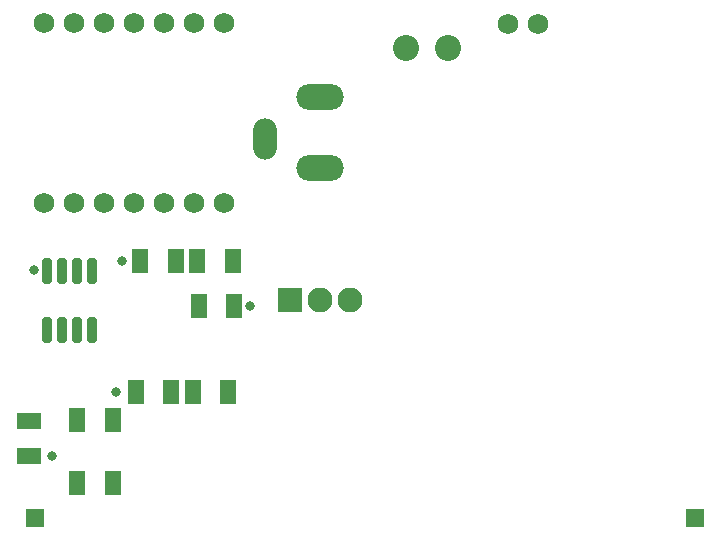
<source format=gts>
G04*
G04 #@! TF.GenerationSoftware,Altium Limited,Altium Designer,23.6.0 (18)*
G04*
G04 Layer_Color=8388736*
%FSLAX44Y44*%
%MOMM*%
G71*
G04*
G04 #@! TF.SameCoordinates,07302BCA-5FAF-470A-8E07-FBA56CC999C1*
G04*
G04*
G04 #@! TF.FilePolarity,Negative*
G04*
G01*
G75*
%ADD19R,1.3208X2.0066*%
%ADD20R,2.0066X1.3208*%
G04:AMPARAMS|DCode=21|XSize=2.1732mm|YSize=0.7932mm|CornerRadius=0.1754mm|HoleSize=0mm|Usage=FLASHONLY|Rotation=270.000|XOffset=0mm|YOffset=0mm|HoleType=Round|Shape=RoundedRectangle|*
%AMROUNDEDRECTD21*
21,1,2.1732,0.4425,0,0,270.0*
21,1,1.8225,0.7932,0,0,270.0*
1,1,0.3507,-0.2213,-0.9113*
1,1,0.3507,-0.2213,0.9113*
1,1,0.3507,0.2213,0.9113*
1,1,0.3507,0.2213,-0.9113*
%
%ADD21ROUNDEDRECTD21*%
%ADD22C,2.1232*%
%ADD23R,2.1232X2.1232*%
%ADD24C,1.7272*%
%ADD25R,1.5732X1.5732*%
%ADD26O,4.0032X2.2032*%
%ADD27O,2.0032X3.5032*%
%ADD28C,2.2032*%
%ADD29C,0.8382*%
D19*
X162814Y223520D02*
D03*
X192786D02*
D03*
X161544Y261620D02*
D03*
X191516D02*
D03*
X187706Y151130D02*
D03*
X157734D02*
D03*
X139526D02*
D03*
X109554D02*
D03*
X89916Y127000D02*
D03*
X59944D02*
D03*
X143336Y261620D02*
D03*
X113364D02*
D03*
X89916Y73660D02*
D03*
X59944D02*
D03*
D20*
X19050Y126746D02*
D03*
Y96774D02*
D03*
D21*
X72390Y253350D02*
D03*
X59690D02*
D03*
X46990D02*
D03*
X34290D02*
D03*
Y203850D02*
D03*
X46990D02*
D03*
X59690D02*
D03*
X72390D02*
D03*
D22*
X290830Y228600D02*
D03*
X265430D02*
D03*
D23*
X240030D02*
D03*
D24*
X31750Y463550D02*
D03*
X57150D02*
D03*
X82550D02*
D03*
X107950D02*
D03*
X133350D02*
D03*
X158750D02*
D03*
X184150D02*
D03*
X31750Y311150D02*
D03*
X57150D02*
D03*
X82550D02*
D03*
X107950D02*
D03*
X133350D02*
D03*
X158750D02*
D03*
X184150D02*
D03*
X424180Y462280D02*
D03*
X449580D02*
D03*
D25*
X582930Y44450D02*
D03*
X24130D02*
D03*
D26*
X265430Y340360D02*
D03*
Y400360D02*
D03*
D27*
X218930Y365360D02*
D03*
D28*
X338380Y441960D02*
D03*
X373380D02*
D03*
D29*
X38100Y96520D02*
D03*
X205740Y223520D02*
D03*
X92710Y151130D02*
D03*
X97790Y261620D02*
D03*
X22860Y254000D02*
D03*
M02*

</source>
